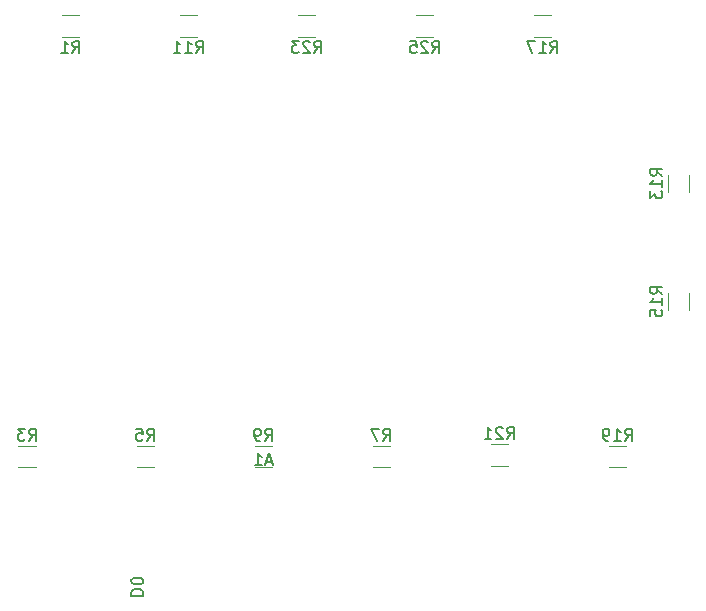
<source format=gbr>
%TF.GenerationSoftware,KiCad,Pcbnew,7.0.6*%
%TF.CreationDate,2023-12-03T11:12:56+09:00*%
%TF.ProjectId,skku-bus,736b6b75-2d62-4757-932e-6b696361645f,rev?*%
%TF.SameCoordinates,Original*%
%TF.FileFunction,Legend,Bot*%
%TF.FilePolarity,Positive*%
%FSLAX46Y46*%
G04 Gerber Fmt 4.6, Leading zero omitted, Abs format (unit mm)*
G04 Created by KiCad (PCBNEW 7.0.6) date 2023-12-03 11:12:56*
%MOMM*%
%LPD*%
G01*
G04 APERTURE LIST*
%ADD10C,0.150000*%
%ADD11C,0.120000*%
G04 APERTURE END LIST*
D10*
X119319813Y-67951775D02*
X119653146Y-67475584D01*
X119891241Y-67951775D02*
X119891241Y-66951775D01*
X119891241Y-66951775D02*
X119510289Y-66951775D01*
X119510289Y-66951775D02*
X119415051Y-66999394D01*
X119415051Y-66999394D02*
X119367432Y-67047013D01*
X119367432Y-67047013D02*
X119319813Y-67142251D01*
X119319813Y-67142251D02*
X119319813Y-67285108D01*
X119319813Y-67285108D02*
X119367432Y-67380346D01*
X119367432Y-67380346D02*
X119415051Y-67427965D01*
X119415051Y-67427965D02*
X119510289Y-67475584D01*
X119510289Y-67475584D02*
X119891241Y-67475584D01*
X118938860Y-67047013D02*
X118891241Y-66999394D01*
X118891241Y-66999394D02*
X118796003Y-66951775D01*
X118796003Y-66951775D02*
X118557908Y-66951775D01*
X118557908Y-66951775D02*
X118462670Y-66999394D01*
X118462670Y-66999394D02*
X118415051Y-67047013D01*
X118415051Y-67047013D02*
X118367432Y-67142251D01*
X118367432Y-67142251D02*
X118367432Y-67237489D01*
X118367432Y-67237489D02*
X118415051Y-67380346D01*
X118415051Y-67380346D02*
X118986479Y-67951775D01*
X118986479Y-67951775D02*
X118367432Y-67951775D01*
X117462670Y-66951775D02*
X117938860Y-66951775D01*
X117938860Y-66951775D02*
X117986479Y-67427965D01*
X117986479Y-67427965D02*
X117938860Y-67380346D01*
X117938860Y-67380346D02*
X117843622Y-67332727D01*
X117843622Y-67332727D02*
X117605527Y-67332727D01*
X117605527Y-67332727D02*
X117510289Y-67380346D01*
X117510289Y-67380346D02*
X117462670Y-67427965D01*
X117462670Y-67427965D02*
X117415051Y-67523203D01*
X117415051Y-67523203D02*
X117415051Y-67761298D01*
X117415051Y-67761298D02*
X117462670Y-67856536D01*
X117462670Y-67856536D02*
X117510289Y-67904156D01*
X117510289Y-67904156D02*
X117605527Y-67951775D01*
X117605527Y-67951775D02*
X117843622Y-67951775D01*
X117843622Y-67951775D02*
X117938860Y-67904156D01*
X117938860Y-67904156D02*
X117986479Y-67856536D01*
X109319813Y-67951775D02*
X109653146Y-67475584D01*
X109891241Y-67951775D02*
X109891241Y-66951775D01*
X109891241Y-66951775D02*
X109510289Y-66951775D01*
X109510289Y-66951775D02*
X109415051Y-66999394D01*
X109415051Y-66999394D02*
X109367432Y-67047013D01*
X109367432Y-67047013D02*
X109319813Y-67142251D01*
X109319813Y-67142251D02*
X109319813Y-67285108D01*
X109319813Y-67285108D02*
X109367432Y-67380346D01*
X109367432Y-67380346D02*
X109415051Y-67427965D01*
X109415051Y-67427965D02*
X109510289Y-67475584D01*
X109510289Y-67475584D02*
X109891241Y-67475584D01*
X108938860Y-67047013D02*
X108891241Y-66999394D01*
X108891241Y-66999394D02*
X108796003Y-66951775D01*
X108796003Y-66951775D02*
X108557908Y-66951775D01*
X108557908Y-66951775D02*
X108462670Y-66999394D01*
X108462670Y-66999394D02*
X108415051Y-67047013D01*
X108415051Y-67047013D02*
X108367432Y-67142251D01*
X108367432Y-67142251D02*
X108367432Y-67237489D01*
X108367432Y-67237489D02*
X108415051Y-67380346D01*
X108415051Y-67380346D02*
X108986479Y-67951775D01*
X108986479Y-67951775D02*
X108367432Y-67951775D01*
X108034098Y-66951775D02*
X107415051Y-66951775D01*
X107415051Y-66951775D02*
X107748384Y-67332727D01*
X107748384Y-67332727D02*
X107605527Y-67332727D01*
X107605527Y-67332727D02*
X107510289Y-67380346D01*
X107510289Y-67380346D02*
X107462670Y-67427965D01*
X107462670Y-67427965D02*
X107415051Y-67523203D01*
X107415051Y-67523203D02*
X107415051Y-67761298D01*
X107415051Y-67761298D02*
X107462670Y-67856536D01*
X107462670Y-67856536D02*
X107510289Y-67904156D01*
X107510289Y-67904156D02*
X107605527Y-67951775D01*
X107605527Y-67951775D02*
X107891241Y-67951775D01*
X107891241Y-67951775D02*
X107986479Y-67904156D01*
X107986479Y-67904156D02*
X108034098Y-67856536D01*
X125642857Y-100634819D02*
X125976190Y-100158628D01*
X126214285Y-100634819D02*
X126214285Y-99634819D01*
X126214285Y-99634819D02*
X125833333Y-99634819D01*
X125833333Y-99634819D02*
X125738095Y-99682438D01*
X125738095Y-99682438D02*
X125690476Y-99730057D01*
X125690476Y-99730057D02*
X125642857Y-99825295D01*
X125642857Y-99825295D02*
X125642857Y-99968152D01*
X125642857Y-99968152D02*
X125690476Y-100063390D01*
X125690476Y-100063390D02*
X125738095Y-100111009D01*
X125738095Y-100111009D02*
X125833333Y-100158628D01*
X125833333Y-100158628D02*
X126214285Y-100158628D01*
X125261904Y-99730057D02*
X125214285Y-99682438D01*
X125214285Y-99682438D02*
X125119047Y-99634819D01*
X125119047Y-99634819D02*
X124880952Y-99634819D01*
X124880952Y-99634819D02*
X124785714Y-99682438D01*
X124785714Y-99682438D02*
X124738095Y-99730057D01*
X124738095Y-99730057D02*
X124690476Y-99825295D01*
X124690476Y-99825295D02*
X124690476Y-99920533D01*
X124690476Y-99920533D02*
X124738095Y-100063390D01*
X124738095Y-100063390D02*
X125309523Y-100634819D01*
X125309523Y-100634819D02*
X124690476Y-100634819D01*
X123738095Y-100634819D02*
X124309523Y-100634819D01*
X124023809Y-100634819D02*
X124023809Y-99634819D01*
X124023809Y-99634819D02*
X124119047Y-99777676D01*
X124119047Y-99777676D02*
X124214285Y-99872914D01*
X124214285Y-99872914D02*
X124309523Y-99920533D01*
X135642857Y-100784819D02*
X135976190Y-100308628D01*
X136214285Y-100784819D02*
X136214285Y-99784819D01*
X136214285Y-99784819D02*
X135833333Y-99784819D01*
X135833333Y-99784819D02*
X135738095Y-99832438D01*
X135738095Y-99832438D02*
X135690476Y-99880057D01*
X135690476Y-99880057D02*
X135642857Y-99975295D01*
X135642857Y-99975295D02*
X135642857Y-100118152D01*
X135642857Y-100118152D02*
X135690476Y-100213390D01*
X135690476Y-100213390D02*
X135738095Y-100261009D01*
X135738095Y-100261009D02*
X135833333Y-100308628D01*
X135833333Y-100308628D02*
X136214285Y-100308628D01*
X134690476Y-100784819D02*
X135261904Y-100784819D01*
X134976190Y-100784819D02*
X134976190Y-99784819D01*
X134976190Y-99784819D02*
X135071428Y-99927676D01*
X135071428Y-99927676D02*
X135166666Y-100022914D01*
X135166666Y-100022914D02*
X135261904Y-100070533D01*
X134214285Y-100784819D02*
X134023809Y-100784819D01*
X134023809Y-100784819D02*
X133928571Y-100737200D01*
X133928571Y-100737200D02*
X133880952Y-100689580D01*
X133880952Y-100689580D02*
X133785714Y-100546723D01*
X133785714Y-100546723D02*
X133738095Y-100356247D01*
X133738095Y-100356247D02*
X133738095Y-99975295D01*
X133738095Y-99975295D02*
X133785714Y-99880057D01*
X133785714Y-99880057D02*
X133833333Y-99832438D01*
X133833333Y-99832438D02*
X133928571Y-99784819D01*
X133928571Y-99784819D02*
X134119047Y-99784819D01*
X134119047Y-99784819D02*
X134214285Y-99832438D01*
X134214285Y-99832438D02*
X134261904Y-99880057D01*
X134261904Y-99880057D02*
X134309523Y-99975295D01*
X134309523Y-99975295D02*
X134309523Y-100213390D01*
X134309523Y-100213390D02*
X134261904Y-100308628D01*
X134261904Y-100308628D02*
X134214285Y-100356247D01*
X134214285Y-100356247D02*
X134119047Y-100403866D01*
X134119047Y-100403866D02*
X133928571Y-100403866D01*
X133928571Y-100403866D02*
X133833333Y-100356247D01*
X133833333Y-100356247D02*
X133785714Y-100308628D01*
X133785714Y-100308628D02*
X133738095Y-100213390D01*
X129319813Y-67951775D02*
X129653146Y-67475584D01*
X129891241Y-67951775D02*
X129891241Y-66951775D01*
X129891241Y-66951775D02*
X129510289Y-66951775D01*
X129510289Y-66951775D02*
X129415051Y-66999394D01*
X129415051Y-66999394D02*
X129367432Y-67047013D01*
X129367432Y-67047013D02*
X129319813Y-67142251D01*
X129319813Y-67142251D02*
X129319813Y-67285108D01*
X129319813Y-67285108D02*
X129367432Y-67380346D01*
X129367432Y-67380346D02*
X129415051Y-67427965D01*
X129415051Y-67427965D02*
X129510289Y-67475584D01*
X129510289Y-67475584D02*
X129891241Y-67475584D01*
X128367432Y-67951775D02*
X128938860Y-67951775D01*
X128653146Y-67951775D02*
X128653146Y-66951775D01*
X128653146Y-66951775D02*
X128748384Y-67094632D01*
X128748384Y-67094632D02*
X128843622Y-67189870D01*
X128843622Y-67189870D02*
X128938860Y-67237489D01*
X128034098Y-66951775D02*
X127367432Y-66951775D01*
X127367432Y-66951775D02*
X127796003Y-67951775D01*
X138784819Y-88357142D02*
X138308628Y-88023809D01*
X138784819Y-87785714D02*
X137784819Y-87785714D01*
X137784819Y-87785714D02*
X137784819Y-88166666D01*
X137784819Y-88166666D02*
X137832438Y-88261904D01*
X137832438Y-88261904D02*
X137880057Y-88309523D01*
X137880057Y-88309523D02*
X137975295Y-88357142D01*
X137975295Y-88357142D02*
X138118152Y-88357142D01*
X138118152Y-88357142D02*
X138213390Y-88309523D01*
X138213390Y-88309523D02*
X138261009Y-88261904D01*
X138261009Y-88261904D02*
X138308628Y-88166666D01*
X138308628Y-88166666D02*
X138308628Y-87785714D01*
X138784819Y-89309523D02*
X138784819Y-88738095D01*
X138784819Y-89023809D02*
X137784819Y-89023809D01*
X137784819Y-89023809D02*
X137927676Y-88928571D01*
X137927676Y-88928571D02*
X138022914Y-88833333D01*
X138022914Y-88833333D02*
X138070533Y-88738095D01*
X137784819Y-90214285D02*
X137784819Y-89738095D01*
X137784819Y-89738095D02*
X138261009Y-89690476D01*
X138261009Y-89690476D02*
X138213390Y-89738095D01*
X138213390Y-89738095D02*
X138165771Y-89833333D01*
X138165771Y-89833333D02*
X138165771Y-90071428D01*
X138165771Y-90071428D02*
X138213390Y-90166666D01*
X138213390Y-90166666D02*
X138261009Y-90214285D01*
X138261009Y-90214285D02*
X138356247Y-90261904D01*
X138356247Y-90261904D02*
X138594342Y-90261904D01*
X138594342Y-90261904D02*
X138689580Y-90214285D01*
X138689580Y-90214285D02*
X138737200Y-90166666D01*
X138737200Y-90166666D02*
X138784819Y-90071428D01*
X138784819Y-90071428D02*
X138784819Y-89833333D01*
X138784819Y-89833333D02*
X138737200Y-89738095D01*
X138737200Y-89738095D02*
X138689580Y-89690476D01*
X138784819Y-78357142D02*
X138308628Y-78023809D01*
X138784819Y-77785714D02*
X137784819Y-77785714D01*
X137784819Y-77785714D02*
X137784819Y-78166666D01*
X137784819Y-78166666D02*
X137832438Y-78261904D01*
X137832438Y-78261904D02*
X137880057Y-78309523D01*
X137880057Y-78309523D02*
X137975295Y-78357142D01*
X137975295Y-78357142D02*
X138118152Y-78357142D01*
X138118152Y-78357142D02*
X138213390Y-78309523D01*
X138213390Y-78309523D02*
X138261009Y-78261904D01*
X138261009Y-78261904D02*
X138308628Y-78166666D01*
X138308628Y-78166666D02*
X138308628Y-77785714D01*
X138784819Y-79309523D02*
X138784819Y-78738095D01*
X138784819Y-79023809D02*
X137784819Y-79023809D01*
X137784819Y-79023809D02*
X137927676Y-78928571D01*
X137927676Y-78928571D02*
X138022914Y-78833333D01*
X138022914Y-78833333D02*
X138070533Y-78738095D01*
X137784819Y-79642857D02*
X137784819Y-80261904D01*
X137784819Y-80261904D02*
X138165771Y-79928571D01*
X138165771Y-79928571D02*
X138165771Y-80071428D01*
X138165771Y-80071428D02*
X138213390Y-80166666D01*
X138213390Y-80166666D02*
X138261009Y-80214285D01*
X138261009Y-80214285D02*
X138356247Y-80261904D01*
X138356247Y-80261904D02*
X138594342Y-80261904D01*
X138594342Y-80261904D02*
X138689580Y-80214285D01*
X138689580Y-80214285D02*
X138737200Y-80166666D01*
X138737200Y-80166666D02*
X138784819Y-80071428D01*
X138784819Y-80071428D02*
X138784819Y-79785714D01*
X138784819Y-79785714D02*
X138737200Y-79690476D01*
X138737200Y-79690476D02*
X138689580Y-79642857D01*
X99319813Y-67951775D02*
X99653146Y-67475584D01*
X99891241Y-67951775D02*
X99891241Y-66951775D01*
X99891241Y-66951775D02*
X99510289Y-66951775D01*
X99510289Y-66951775D02*
X99415051Y-66999394D01*
X99415051Y-66999394D02*
X99367432Y-67047013D01*
X99367432Y-67047013D02*
X99319813Y-67142251D01*
X99319813Y-67142251D02*
X99319813Y-67285108D01*
X99319813Y-67285108D02*
X99367432Y-67380346D01*
X99367432Y-67380346D02*
X99415051Y-67427965D01*
X99415051Y-67427965D02*
X99510289Y-67475584D01*
X99510289Y-67475584D02*
X99891241Y-67475584D01*
X98367432Y-67951775D02*
X98938860Y-67951775D01*
X98653146Y-67951775D02*
X98653146Y-66951775D01*
X98653146Y-66951775D02*
X98748384Y-67094632D01*
X98748384Y-67094632D02*
X98843622Y-67189870D01*
X98843622Y-67189870D02*
X98938860Y-67237489D01*
X97415051Y-67951775D02*
X97986479Y-67951775D01*
X97700765Y-67951775D02*
X97700765Y-66951775D01*
X97700765Y-66951775D02*
X97796003Y-67094632D01*
X97796003Y-67094632D02*
X97891241Y-67189870D01*
X97891241Y-67189870D02*
X97986479Y-67237489D01*
X105166666Y-100784819D02*
X105499999Y-100308628D01*
X105738094Y-100784819D02*
X105738094Y-99784819D01*
X105738094Y-99784819D02*
X105357142Y-99784819D01*
X105357142Y-99784819D02*
X105261904Y-99832438D01*
X105261904Y-99832438D02*
X105214285Y-99880057D01*
X105214285Y-99880057D02*
X105166666Y-99975295D01*
X105166666Y-99975295D02*
X105166666Y-100118152D01*
X105166666Y-100118152D02*
X105214285Y-100213390D01*
X105214285Y-100213390D02*
X105261904Y-100261009D01*
X105261904Y-100261009D02*
X105357142Y-100308628D01*
X105357142Y-100308628D02*
X105738094Y-100308628D01*
X104690475Y-100784819D02*
X104499999Y-100784819D01*
X104499999Y-100784819D02*
X104404761Y-100737200D01*
X104404761Y-100737200D02*
X104357142Y-100689580D01*
X104357142Y-100689580D02*
X104261904Y-100546723D01*
X104261904Y-100546723D02*
X104214285Y-100356247D01*
X104214285Y-100356247D02*
X104214285Y-99975295D01*
X104214285Y-99975295D02*
X104261904Y-99880057D01*
X104261904Y-99880057D02*
X104309523Y-99832438D01*
X104309523Y-99832438D02*
X104404761Y-99784819D01*
X104404761Y-99784819D02*
X104595237Y-99784819D01*
X104595237Y-99784819D02*
X104690475Y-99832438D01*
X104690475Y-99832438D02*
X104738094Y-99880057D01*
X104738094Y-99880057D02*
X104785713Y-99975295D01*
X104785713Y-99975295D02*
X104785713Y-100213390D01*
X104785713Y-100213390D02*
X104738094Y-100308628D01*
X104738094Y-100308628D02*
X104690475Y-100356247D01*
X104690475Y-100356247D02*
X104595237Y-100403866D01*
X104595237Y-100403866D02*
X104404761Y-100403866D01*
X104404761Y-100403866D02*
X104309523Y-100356247D01*
X104309523Y-100356247D02*
X104261904Y-100308628D01*
X104261904Y-100308628D02*
X104214285Y-100213390D01*
X115166666Y-100784819D02*
X115499999Y-100308628D01*
X115738094Y-100784819D02*
X115738094Y-99784819D01*
X115738094Y-99784819D02*
X115357142Y-99784819D01*
X115357142Y-99784819D02*
X115261904Y-99832438D01*
X115261904Y-99832438D02*
X115214285Y-99880057D01*
X115214285Y-99880057D02*
X115166666Y-99975295D01*
X115166666Y-99975295D02*
X115166666Y-100118152D01*
X115166666Y-100118152D02*
X115214285Y-100213390D01*
X115214285Y-100213390D02*
X115261904Y-100261009D01*
X115261904Y-100261009D02*
X115357142Y-100308628D01*
X115357142Y-100308628D02*
X115738094Y-100308628D01*
X114833332Y-99784819D02*
X114166666Y-99784819D01*
X114166666Y-99784819D02*
X114595237Y-100784819D01*
X95166666Y-100784819D02*
X95499999Y-100308628D01*
X95738094Y-100784819D02*
X95738094Y-99784819D01*
X95738094Y-99784819D02*
X95357142Y-99784819D01*
X95357142Y-99784819D02*
X95261904Y-99832438D01*
X95261904Y-99832438D02*
X95214285Y-99880057D01*
X95214285Y-99880057D02*
X95166666Y-99975295D01*
X95166666Y-99975295D02*
X95166666Y-100118152D01*
X95166666Y-100118152D02*
X95214285Y-100213390D01*
X95214285Y-100213390D02*
X95261904Y-100261009D01*
X95261904Y-100261009D02*
X95357142Y-100308628D01*
X95357142Y-100308628D02*
X95738094Y-100308628D01*
X94261904Y-99784819D02*
X94738094Y-99784819D01*
X94738094Y-99784819D02*
X94785713Y-100261009D01*
X94785713Y-100261009D02*
X94738094Y-100213390D01*
X94738094Y-100213390D02*
X94642856Y-100165771D01*
X94642856Y-100165771D02*
X94404761Y-100165771D01*
X94404761Y-100165771D02*
X94309523Y-100213390D01*
X94309523Y-100213390D02*
X94261904Y-100261009D01*
X94261904Y-100261009D02*
X94214285Y-100356247D01*
X94214285Y-100356247D02*
X94214285Y-100594342D01*
X94214285Y-100594342D02*
X94261904Y-100689580D01*
X94261904Y-100689580D02*
X94309523Y-100737200D01*
X94309523Y-100737200D02*
X94404761Y-100784819D01*
X94404761Y-100784819D02*
X94642856Y-100784819D01*
X94642856Y-100784819D02*
X94738094Y-100737200D01*
X94738094Y-100737200D02*
X94785713Y-100689580D01*
X85166666Y-100784819D02*
X85499999Y-100308628D01*
X85738094Y-100784819D02*
X85738094Y-99784819D01*
X85738094Y-99784819D02*
X85357142Y-99784819D01*
X85357142Y-99784819D02*
X85261904Y-99832438D01*
X85261904Y-99832438D02*
X85214285Y-99880057D01*
X85214285Y-99880057D02*
X85166666Y-99975295D01*
X85166666Y-99975295D02*
X85166666Y-100118152D01*
X85166666Y-100118152D02*
X85214285Y-100213390D01*
X85214285Y-100213390D02*
X85261904Y-100261009D01*
X85261904Y-100261009D02*
X85357142Y-100308628D01*
X85357142Y-100308628D02*
X85738094Y-100308628D01*
X84833332Y-99784819D02*
X84214285Y-99784819D01*
X84214285Y-99784819D02*
X84547618Y-100165771D01*
X84547618Y-100165771D02*
X84404761Y-100165771D01*
X84404761Y-100165771D02*
X84309523Y-100213390D01*
X84309523Y-100213390D02*
X84261904Y-100261009D01*
X84261904Y-100261009D02*
X84214285Y-100356247D01*
X84214285Y-100356247D02*
X84214285Y-100594342D01*
X84214285Y-100594342D02*
X84261904Y-100689580D01*
X84261904Y-100689580D02*
X84309523Y-100737200D01*
X84309523Y-100737200D02*
X84404761Y-100784819D01*
X84404761Y-100784819D02*
X84690475Y-100784819D01*
X84690475Y-100784819D02*
X84785713Y-100737200D01*
X84785713Y-100737200D02*
X84833332Y-100689580D01*
X88843622Y-67951775D02*
X89176955Y-67475584D01*
X89415050Y-67951775D02*
X89415050Y-66951775D01*
X89415050Y-66951775D02*
X89034098Y-66951775D01*
X89034098Y-66951775D02*
X88938860Y-66999394D01*
X88938860Y-66999394D02*
X88891241Y-67047013D01*
X88891241Y-67047013D02*
X88843622Y-67142251D01*
X88843622Y-67142251D02*
X88843622Y-67285108D01*
X88843622Y-67285108D02*
X88891241Y-67380346D01*
X88891241Y-67380346D02*
X88938860Y-67427965D01*
X88938860Y-67427965D02*
X89034098Y-67475584D01*
X89034098Y-67475584D02*
X89415050Y-67475584D01*
X87891241Y-67951775D02*
X88462669Y-67951775D01*
X88176955Y-67951775D02*
X88176955Y-66951775D01*
X88176955Y-66951775D02*
X88272193Y-67094632D01*
X88272193Y-67094632D02*
X88367431Y-67189870D01*
X88367431Y-67189870D02*
X88462669Y-67237489D01*
X105714285Y-102569104D02*
X105238095Y-102569104D01*
X105809523Y-102854819D02*
X105476190Y-101854819D01*
X105476190Y-101854819D02*
X105142857Y-102854819D01*
X104285714Y-102854819D02*
X104857142Y-102854819D01*
X104571428Y-102854819D02*
X104571428Y-101854819D01*
X104571428Y-101854819D02*
X104666666Y-101997676D01*
X104666666Y-101997676D02*
X104761904Y-102092914D01*
X104761904Y-102092914D02*
X104857142Y-102140533D01*
X93830180Y-113908094D02*
X94830180Y-113908094D01*
X94830180Y-113908094D02*
X94830180Y-113669999D01*
X94830180Y-113669999D02*
X94782561Y-113527142D01*
X94782561Y-113527142D02*
X94687323Y-113431904D01*
X94687323Y-113431904D02*
X94592085Y-113384285D01*
X94592085Y-113384285D02*
X94401609Y-113336666D01*
X94401609Y-113336666D02*
X94258752Y-113336666D01*
X94258752Y-113336666D02*
X94068276Y-113384285D01*
X94068276Y-113384285D02*
X93973038Y-113431904D01*
X93973038Y-113431904D02*
X93877800Y-113527142D01*
X93877800Y-113527142D02*
X93830180Y-113669999D01*
X93830180Y-113669999D02*
X93830180Y-113908094D01*
X94830180Y-112717618D02*
X94830180Y-112622380D01*
X94830180Y-112622380D02*
X94782561Y-112527142D01*
X94782561Y-112527142D02*
X94734942Y-112479523D01*
X94734942Y-112479523D02*
X94639704Y-112431904D01*
X94639704Y-112431904D02*
X94449228Y-112384285D01*
X94449228Y-112384285D02*
X94211133Y-112384285D01*
X94211133Y-112384285D02*
X94020657Y-112431904D01*
X94020657Y-112431904D02*
X93925419Y-112479523D01*
X93925419Y-112479523D02*
X93877800Y-112527142D01*
X93877800Y-112527142D02*
X93830180Y-112622380D01*
X93830180Y-112622380D02*
X93830180Y-112717618D01*
X93830180Y-112717618D02*
X93877800Y-112812856D01*
X93877800Y-112812856D02*
X93925419Y-112860475D01*
X93925419Y-112860475D02*
X94020657Y-112908094D01*
X94020657Y-112908094D02*
X94211133Y-112955713D01*
X94211133Y-112955713D02*
X94449228Y-112955713D01*
X94449228Y-112955713D02*
X94639704Y-112908094D01*
X94639704Y-112908094D02*
X94734942Y-112860475D01*
X94734942Y-112860475D02*
X94782561Y-112812856D01*
X94782561Y-112812856D02*
X94830180Y-112717618D01*
D11*
%TO.C,R25*%
X117949892Y-64766956D02*
X119404020Y-64766956D01*
X117949892Y-66586956D02*
X119404020Y-66586956D01*
%TO.C,R23*%
X107949892Y-66586956D02*
X109404020Y-66586956D01*
X107949892Y-64766956D02*
X109404020Y-64766956D01*
%TO.C,R21*%
X125727064Y-101090000D02*
X124272936Y-101090000D01*
X125727064Y-102910000D02*
X124272936Y-102910000D01*
%TO.C,R19*%
X135727064Y-101240000D02*
X134272936Y-101240000D01*
X135727064Y-103060000D02*
X134272936Y-103060000D01*
%TO.C,R17*%
X127949892Y-64766956D02*
X129404020Y-64766956D01*
X127949892Y-66586956D02*
X129404020Y-66586956D01*
%TO.C,R15*%
X139240000Y-88272936D02*
X139240000Y-89727064D01*
X141060000Y-88272936D02*
X141060000Y-89727064D01*
%TO.C,R13*%
X139240000Y-78272936D02*
X139240000Y-79727064D01*
X141060000Y-78272936D02*
X141060000Y-79727064D01*
%TO.C,R11*%
X97949892Y-66586956D02*
X99404020Y-66586956D01*
X97949892Y-64766956D02*
X99404020Y-64766956D01*
%TO.C,R9*%
X105727064Y-103060000D02*
X104272936Y-103060000D01*
X105727064Y-101240000D02*
X104272936Y-101240000D01*
%TO.C,R7*%
X115727064Y-101240000D02*
X114272936Y-101240000D01*
X115727064Y-103060000D02*
X114272936Y-103060000D01*
%TO.C,R5*%
X95727064Y-101240000D02*
X94272936Y-101240000D01*
X95727064Y-103060000D02*
X94272936Y-103060000D01*
%TO.C,R3*%
X85727064Y-103060000D02*
X84272936Y-103060000D01*
X85727064Y-101240000D02*
X84272936Y-101240000D01*
%TO.C,R1*%
X87949892Y-66586956D02*
X89404020Y-66586956D01*
X87949892Y-64766956D02*
X89404020Y-64766956D01*
%TD*%
M02*

</source>
